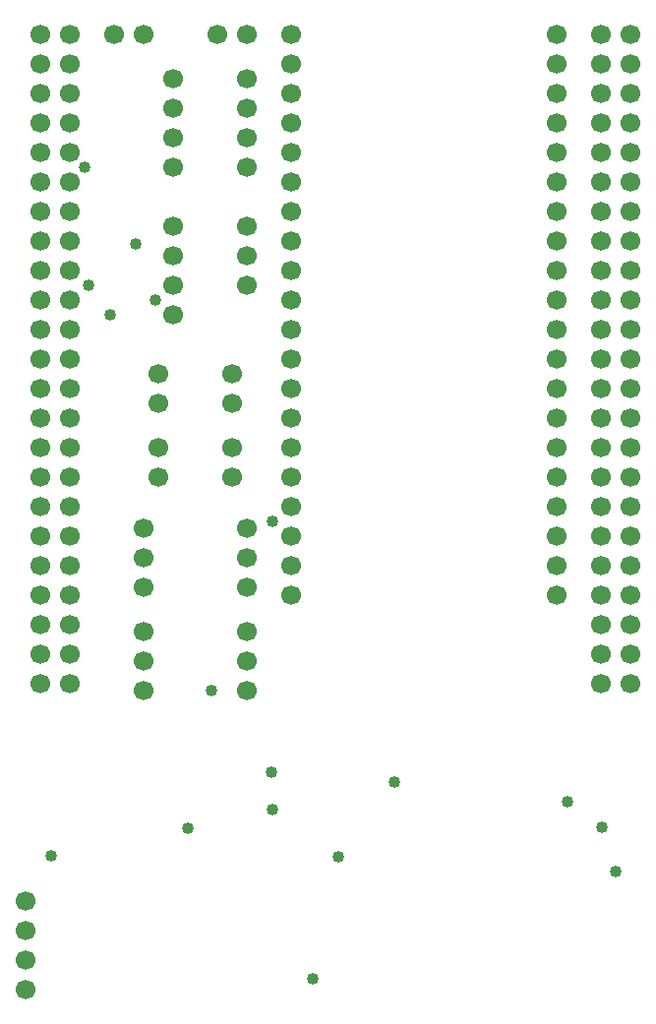
<source format=gbr>
G04 DipTrace 2.2.0.9*
%INBottomMask.gbr*%
%MOIN*%
%ADD23C,0.04*%
%ADD39C,0.0669*%
%ADD43C,0.0669*%
%FSLAX44Y44*%
%SFA1B1*%
%OFA0B0*%
G04*
G70*
G90*
G75*
G01*
%LNBotMask*%
%LPD*%
D23*
X11737Y15687D3*
X7427Y33427D3*
X9177Y30832D3*
X7562Y29427D3*
X24986Y11062D3*
X10927Y11037D3*
X16037Y10057D3*
X23802Y11942D3*
X6312Y10117D3*
X13792Y11682D3*
X17937Y12596D3*
X25437Y9562D3*
X13781Y12937D3*
X15187Y5937D3*
X13822Y21427D3*
X9832Y28937D3*
X8292Y28427D3*
D43*
X8437Y37937D3*
X9437D3*
D39*
X10437Y35437D3*
Y36437D3*
X12937Y35437D3*
Y36437D3*
X10437Y33437D3*
Y34437D3*
X12937Y33437D3*
Y34437D3*
X9937Y25437D3*
Y26437D3*
X10437Y28437D3*
Y29437D3*
Y30437D3*
Y31437D3*
X12437Y25437D3*
Y26437D3*
X9937Y22937D3*
Y23937D3*
X12437Y22937D3*
Y23937D3*
X12937Y29437D3*
Y30437D3*
Y31437D3*
X11937Y37937D3*
X12937D3*
X5437Y8562D3*
Y7562D3*
Y6562D3*
Y5562D3*
X9437Y19187D3*
Y20187D3*
Y21187D3*
X12937Y19187D3*
Y20187D3*
Y21187D3*
X9437Y15687D3*
Y16687D3*
Y17687D3*
X12937Y15687D3*
Y16687D3*
Y17687D3*
X6937Y37937D3*
Y36937D3*
Y35937D3*
Y34937D3*
Y33937D3*
Y32937D3*
Y31937D3*
Y30937D3*
Y29937D3*
Y28937D3*
Y27937D3*
Y26937D3*
Y25937D3*
Y24937D3*
Y23937D3*
Y22937D3*
Y21937D3*
Y20937D3*
Y19937D3*
Y18937D3*
Y17937D3*
Y16937D3*
Y15937D3*
X24937D3*
Y16937D3*
Y17937D3*
Y18937D3*
Y19937D3*
Y20937D3*
Y21937D3*
Y22937D3*
Y23937D3*
Y24937D3*
Y25937D3*
Y26937D3*
Y27937D3*
Y28937D3*
Y29937D3*
Y30937D3*
Y31937D3*
Y32937D3*
Y33937D3*
Y34937D3*
Y35937D3*
Y36937D3*
Y37937D3*
X5937D3*
Y36937D3*
Y35937D3*
Y34937D3*
Y33937D3*
Y32937D3*
Y31937D3*
Y30937D3*
Y29937D3*
Y28937D3*
Y27937D3*
Y26937D3*
Y25937D3*
Y24937D3*
Y23937D3*
Y22937D3*
Y21937D3*
Y20937D3*
Y19937D3*
Y18937D3*
Y17937D3*
Y16937D3*
Y15937D3*
X25937Y37937D3*
Y36937D3*
Y35937D3*
Y34937D3*
Y33937D3*
Y32937D3*
Y31937D3*
Y30937D3*
Y29937D3*
Y28937D3*
Y27937D3*
Y26937D3*
Y25937D3*
Y24937D3*
Y23937D3*
Y22937D3*
Y21937D3*
Y20937D3*
Y19937D3*
Y18937D3*
Y17937D3*
Y16937D3*
Y15937D3*
X14437Y37937D3*
Y36937D3*
Y35937D3*
Y34937D3*
Y33937D3*
Y32937D3*
Y31937D3*
Y30937D3*
Y29937D3*
Y28937D3*
Y27937D3*
Y26937D3*
Y25937D3*
Y24937D3*
Y23937D3*
Y22937D3*
Y21937D3*
Y20937D3*
Y19937D3*
Y18937D3*
X23437D3*
Y19937D3*
Y20937D3*
Y21937D3*
Y22937D3*
Y23937D3*
Y24937D3*
Y25937D3*
Y26937D3*
Y27937D3*
Y28937D3*
Y29937D3*
Y30937D3*
Y31937D3*
Y32937D3*
Y33937D3*
Y34937D3*
Y35937D3*
Y36937D3*
Y37937D3*
M02*

</source>
